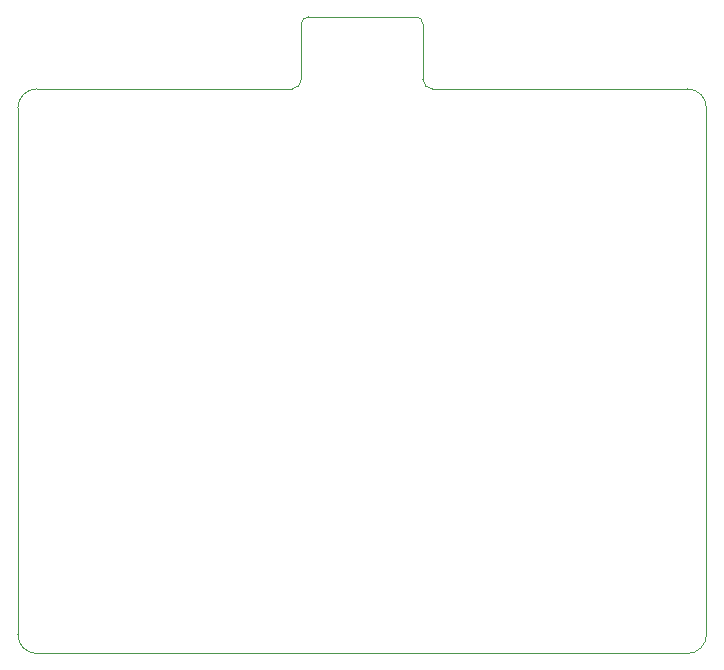
<source format=gbr>
%TF.GenerationSoftware,KiCad,Pcbnew,(5.1.9-1-g591a07d2d9)-1*%
%TF.CreationDate,2021-07-28T01:57:03-06:00*%
%TF.ProjectId,keyboard-layout,6b657962-6f61-4726-942d-6c61796f7574,rev?*%
%TF.SameCoordinates,Original*%
%TF.FileFunction,Profile,NP*%
%FSLAX46Y46*%
G04 Gerber Fmt 4.6, Leading zero omitted, Abs format (unit mm)*
G04 Created by KiCad (PCBNEW (5.1.9-1-g591a07d2d9)-1) date 2021-07-28 01:57:03*
%MOMM*%
%LPD*%
G01*
G04 APERTURE LIST*
%TA.AperFunction,Profile*%
%ADD10C,0.100000*%
%TD*%
G04 APERTURE END LIST*
D10*
X82700000Y-81300000D02*
X84200000Y-81300000D01*
X84200000Y-129100000D02*
X82700000Y-129100000D01*
X136300000Y-81300000D02*
X137800000Y-81300000D01*
X136300000Y-129100000D02*
X137800000Y-129100000D01*
X114800000Y-75200000D02*
X105700000Y-75200000D01*
X114800000Y-75200000D02*
G75*
G02*
X115400000Y-75800000I0J-600000D01*
G01*
X115400000Y-80500000D02*
X115400000Y-75800000D01*
X116500000Y-81300000D02*
X116200000Y-81300000D01*
X104300000Y-81300000D02*
X104000000Y-81300000D01*
X105100000Y-80500000D02*
X105100000Y-75800000D01*
X105100000Y-75800000D02*
G75*
G02*
X105700000Y-75200000I600000J0D01*
G01*
X81100000Y-82900000D02*
X81100000Y-127500000D01*
X104000000Y-81300000D02*
X84200000Y-81300000D01*
X136300000Y-129100000D02*
X84200000Y-129100000D01*
X139400000Y-82900000D02*
X139400000Y-127500000D01*
X116500000Y-81300000D02*
X136300000Y-81300000D01*
X139400000Y-127500000D02*
G75*
G02*
X137800000Y-129100000I-1600000J0D01*
G01*
X82700000Y-129100000D02*
G75*
G02*
X81100000Y-127500000I0J1600000D01*
G01*
X137800000Y-81300000D02*
G75*
G02*
X139400000Y-82900000I0J-1600000D01*
G01*
X81100000Y-82900000D02*
G75*
G02*
X82700000Y-81300000I1600000J0D01*
G01*
X105100000Y-80500000D02*
G75*
G02*
X104300000Y-81300000I-800000J0D01*
G01*
X116200000Y-81300000D02*
G75*
G02*
X115400000Y-80500000I0J800000D01*
G01*
M02*

</source>
